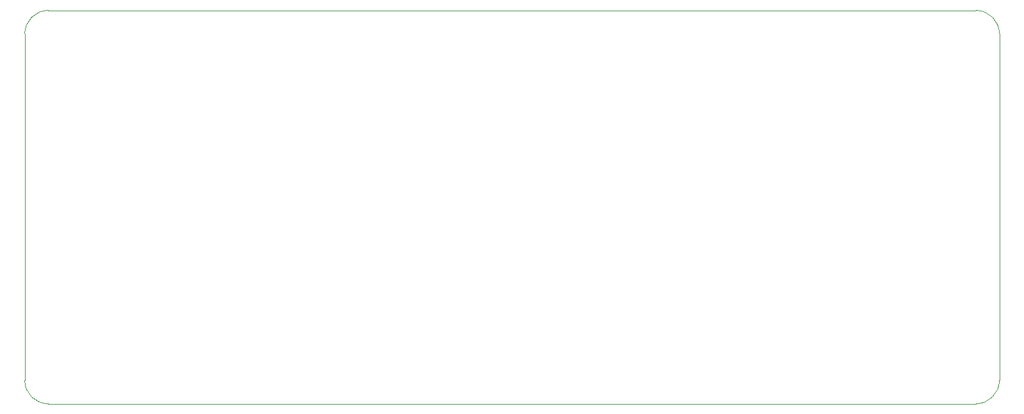
<source format=gbr>
G04 #@! TF.GenerationSoftware,KiCad,Pcbnew,(5.1.10-1-10_14)*
G04 #@! TF.CreationDate,2021-11-10T20:03:13-05:00*
G04 #@! TF.ProjectId,ISAAC_V2,49534141-435f-4563-922e-6b696361645f,rev?*
G04 #@! TF.SameCoordinates,Original*
G04 #@! TF.FileFunction,Profile,NP*
%FSLAX46Y46*%
G04 Gerber Fmt 4.6, Leading zero omitted, Abs format (unit mm)*
G04 Created by KiCad (PCBNEW (5.1.10-1-10_14)) date 2021-11-10 20:03:13*
%MOMM*%
%LPD*%
G01*
G04 APERTURE LIST*
G04 #@! TA.AperFunction,Profile*
%ADD10C,0.100000*%
G04 #@! TD*
G04 APERTURE END LIST*
D10*
X107315000Y-75565000D02*
G75*
G02*
X110490000Y-72390000I3175000J0D01*
G01*
X110490000Y-125730000D02*
G75*
G02*
X107315000Y-122555000I0J3175000D01*
G01*
X239395000Y-122555000D02*
G75*
G02*
X236220000Y-125730000I-3175000J0D01*
G01*
X236220000Y-72390000D02*
G75*
G02*
X239395000Y-75565000I0J-3175000D01*
G01*
X107315000Y-122555000D02*
X107315000Y-75565000D01*
X236220000Y-125730000D02*
X110490000Y-125730000D01*
X239395000Y-75565000D02*
X239395000Y-122555000D01*
X110490000Y-72390000D02*
X236220000Y-72390000D01*
M02*

</source>
